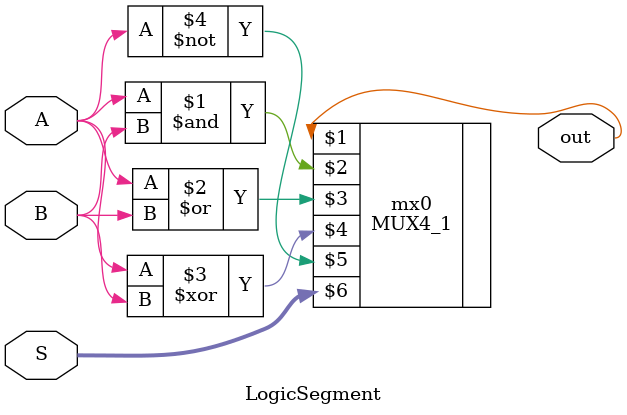
<source format=v>
/********************************************************************************
*	Author : Ehsan Shahbazi	
*	Description : data flow	ALU with logic and arithmetic unit
********************************************************************************/

module LogicSegment(out, A, B, S);

	output out;
	input A, B;
	input [1:0] S;
	
	MUX4_1 mx0(out, A & B, A | B, A ^ B, ~A, S);

endmodule

</source>
